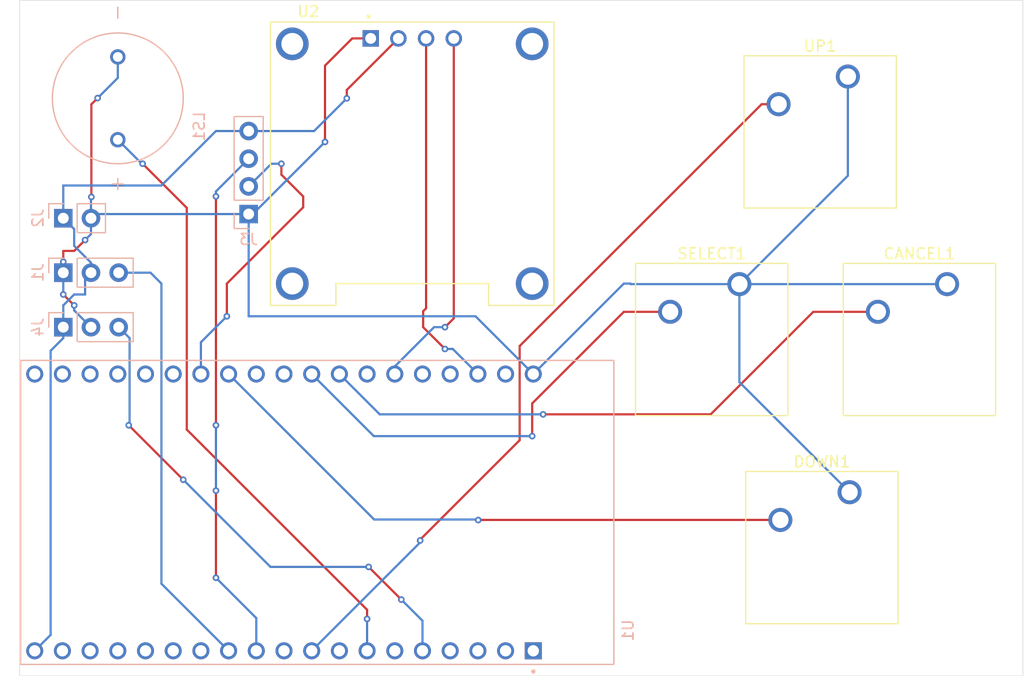
<source format=kicad_pcb>
(kicad_pcb (version 20240108) (generator "pcbnew") (generator_version "8.0")
  (layers (0 "F.Cu" signal) (31 "B.Cu" signal) (34 "B.Paste" user) (35 "F.Paste" user) (36 "B.SilkS" user "B.Silkscreen") (37 "F.SilkS" user "F.Silkscreen") (38 "B.Mask" user) (39 "F.Mask" user) (44 "Edge.Cuts" user))
  (net 0 "")
  (net 1 "GND")
  (net 4 "Net-(J1-Pin_3)")
  (net 5 "SW4")
  (net 6 "+5V")
  (net 7 "Clock")
  (net 13 "/Data")
  (net 15 "Net-(U1-IO32)")
  (net 24 "SW1")
  (net 26 "SW2")
  (net 27 "SW3")
  (net 31 "/I²C Clock")
  (net 35 "/I²C Data")
  (net 36 "Net-(J4-Pin_3)")
  (net 37 "+3.3V")
  (footprint "Button_Switch_Keyboard:SW_Cherry_MX_1.00u_PCB" (layer "F.Cu") (at 88.1063 57.15)
    (property "Reference" "DOWN1" (at -2.54 -2.794 0) (layer "F.SilkS"))
    (property "Value" "SW_Push")
    (fp_line (start -9.525 -1.905) (end 4.445 -1.905) (stroke (width 0.12)) (layer "F.SilkS"))
    (fp_line (start -9.525 12.065) (end -9.525 -1.905) (stroke (width 0.12)) (layer "F.SilkS"))
    (fp_line (start 4.445 -1.905) (end 4.445 12.065) (stroke (width 0.12)) (layer "F.SilkS"))
    (fp_line (start 4.445 12.065) (end -9.525 12.065) (stroke (width 0.12)) (layer "F.SilkS"))
    (pad "" np_thru_hole circle (at -7.62 5.08) (size 1.7 1.7) (drill 1.7) (layers "*.Cu" "*.Mask"))
    (pad "" np_thru_hole circle (at -2.54 5.08) (size 4 4) (drill 4) (layers "*.Cu" "*.Mask"))
    (pad "" np_thru_hole circle (at 2.54 5.08) (size 1.7 1.7) (drill 1.7) (layers "*.Cu" "*.Mask"))
    (pad "1" thru_hole circle (at 0 0) (size 2.2 2.2) (drill 1.5) (layers "*.Cu" "*.Mask") (net 1 "GND"))
    (pad "2" thru_hole circle (at -6.35 2.54) (size 2.2 2.2) (drill 1.5) (layers "*.Cu" "*.Mask") (net 5 "SW4"))
  )
  (footprint "Button_Switch_Keyboard:SW_Cherry_MX_1.00u_PCB" (layer "F.Cu") (at 87.9475 19)
    (property "Reference" "UP1" (at -2.54 -2.794 0) (layer "F.SilkS"))
    (property "Value" "SW_Push")
    (fp_line (start -9.525 -1.905) (end 4.445 -1.905) (stroke (width 0.12)) (layer "F.SilkS"))
    (fp_line (start -9.525 12.065) (end -9.525 -1.905) (stroke (width 0.12)) (layer "F.SilkS"))
    (fp_line (start 4.445 -1.905) (end 4.445 12.065) (stroke (width 0.12)) (layer "F.SilkS"))
    (fp_line (start 4.445 12.065) (end -9.525 12.065) (stroke (width 0.12)) (layer "F.SilkS"))
    (pad "" np_thru_hole circle (at -7.62 5.08) (size 1.7 1.7) (drill 1.7) (layers "*.Cu" "*.Mask"))
    (pad "" np_thru_hole circle (at -2.54 5.08) (size 4 4) (drill 4) (layers "*.Cu" "*.Mask"))
    (pad "" np_thru_hole circle (at 2.54 5.08) (size 1.7 1.7) (drill 1.7) (layers "*.Cu" "*.Mask"))
    (pad "1" thru_hole circle (at 0 0) (size 2.2 2.2) (drill 1.5) (layers "*.Cu" "*.Mask") (net 1 "GND"))
    (pad "2" thru_hole circle (at -6.35 2.54) (size 2.2 2.2) (drill 1.5) (layers "*.Cu" "*.Mask") (net 24 "SW1"))
  )
  (footprint "DM-OLED096-636:MODULE_DM-OLED096-636" (layer "F.Cu") (at 48 27)
    (property "Reference" "U2" (at -9.525 -13.97 0) (layer "F.SilkS"))
    (property "Value" "DM-OLED096-636")
    (fp_line (start -13 -13) (end 13 -13) (stroke (width 0.127)) (layer "F.SilkS"))
    (fp_line (start -13 13) (end -13 -13) (stroke (width 0.127)) (layer "F.SilkS"))
    (fp_line (start -7 11) (end -7 13) (stroke (width 0.127)) (layer "F.SilkS"))
    (fp_line (start -7 13) (end -13 13) (stroke (width 0.127)) (layer "F.SilkS"))
    (fp_line (start 7 11) (end -7 11) (stroke (width 0.127)) (layer "F.SilkS"))
    (fp_line (start 7 13) (end 7 11) (stroke (width 0.127)) (layer "F.SilkS"))
    (fp_line (start 13 -13) (end 13 13) (stroke (width 0.127)) (layer "F.SilkS"))
    (fp_line (start 13 13) (end 7 13) (stroke (width 0.127)) (layer "F.SilkS"))
    (fp_circle (center -4 -13.5) (end -3.9 -13.5) (stroke (width 0.2)) (fill none) (layer "F.SilkS"))
    (pad "1" thru_hole rect (at -3.81 -11.5) (size 1.508 1.508) (drill 1) (layers "*.Cu" "*.Mask") (net 1 "GND"))
    (pad "2" thru_hole circle (at -1.27 -11.5) (size 1.508 1.508) (drill 1) (layers "*.Cu" "*.Mask") (net 6 "+5V"))
    (pad "3" thru_hole circle (at 1.27 -11.5) (size 1.508 1.508) (drill 1) (layers "*.Cu" "*.Mask") (net 31 "/I²C Clock"))
    (pad "4" thru_hole circle (at 3.81 -11.5) (size 1.508 1.508) (drill 1) (layers "*.Cu" "*.Mask") (net 35 "/I²C Data"))
    (pad "S1" thru_hole circle (at -11 -11) (size 3 3) (drill 2) (layers "*.Cu" "*.Mask"))
    (pad "S2" thru_hole circle (at 11 -11) (size 3 3) (drill 2) (layers "*.Cu" "*.Mask"))
    (pad "S3" thru_hole circle (at 11 11) (size 3 3) (drill 2) (layers "*.Cu" "*.Mask"))
    (pad "S4" thru_hole circle (at -11 11) (size 3 3) (drill 2) (layers "*.Cu" "*.Mask"))
  )
  (footprint "Button_Switch_Keyboard:SW_Cherry_MX_1.00u_PCB" (layer "F.Cu") (at 78 38.05)
    (property "Reference" "SELECT1" (at -2.54 -2.794 0) (layer "F.SilkS"))
    (property "Value" "SW_Push")
    (fp_line (start -9.525 -1.905) (end 4.445 -1.905) (stroke (width 0.12)) (layer "F.SilkS"))
    (fp_line (start -9.525 12.065) (end -9.525 -1.905) (stroke (width 0.12)) (layer "F.SilkS"))
    (fp_line (start 4.445 -1.905) (end 4.445 12.065) (stroke (width 0.12)) (layer "F.SilkS"))
    (fp_line (start 4.445 12.065) (end -9.525 12.065) (stroke (width 0.12)) (layer "F.SilkS"))
    (pad "" np_thru_hole circle (at -7.62 5.08) (size 1.7 1.7) (drill 1.7) (layers "*.Cu" "*.Mask"))
    (pad "" np_thru_hole circle (at -2.54 5.08) (size 4 4) (drill 4) (layers "*.Cu" "*.Mask"))
    (pad "" np_thru_hole circle (at 2.54 5.08) (size 1.7 1.7) (drill 1.7) (layers "*.Cu" "*.Mask"))
    (pad "1" thru_hole circle (at 0 0) (size 2.2 2.2) (drill 1.5) (layers "*.Cu" "*.Mask") (net 1 "GND"))
    (pad "2" thru_hole circle (at -6.35 2.54) (size 2.2 2.2) (drill 1.5) (layers "*.Cu" "*.Mask") (net 26 "SW2"))
  )
  (footprint "Button_Switch_Keyboard:SW_Cherry_MX_1.00u_PCB" (layer "F.Cu") (at 97.05 38.05)
    (property "Reference" "CANCEL1" (at -2.54 -2.794 0) (layer "F.SilkS"))
    (property "Value" "SW_Push")
    (fp_line (start -9.525 -1.905) (end 4.445 -1.905) (stroke (width 0.12)) (layer "F.SilkS"))
    (fp_line (start -9.525 12.065) (end -9.525 -1.905) (stroke (width 0.12)) (layer "F.SilkS"))
    (fp_line (start 4.445 -1.905) (end 4.445 12.065) (stroke (width 0.12)) (layer "F.SilkS"))
    (fp_line (start 4.445 12.065) (end -9.525 12.065) (stroke (width 0.12)) (layer "F.SilkS"))
    (pad "" np_thru_hole circle (at -7.62 5.08) (size 1.7 1.7) (drill 1.7) (layers "*.Cu" "*.Mask"))
    (pad "" np_thru_hole circle (at -2.54 5.08) (size 4 4) (drill 4) (layers "*.Cu" "*.Mask"))
    (pad "" np_thru_hole circle (at 2.54 5.08) (size 1.7 1.7) (drill 1.7) (layers "*.Cu" "*.Mask"))
    (pad "1" thru_hole circle (at 0 0) (size 2.2 2.2) (drill 1.5) (layers "*.Cu" "*.Mask") (net 1 "GND"))
    (pad "2" thru_hole circle (at -6.35 2.54) (size 2.2 2.2) (drill 1.5) (layers "*.Cu" "*.Mask") (net 27 "SW3"))
  )
  (footprint "Connector_PinHeader_2.54mm:PinHeader_1x02_P2.54mm_Vertical" (layer "B.Cu") (at 16 32 -90)
    (property "Reference" "J2" (at 0 2.33 90) (layer "B.SilkS") (effects (justify mirror)))
    (property "Value" "Power")
    (fp_line (start -1.33 1.33) (end -1.33 0) (stroke (width 0.12)) (layer "B.SilkS"))
    (fp_line (start 0 1.33) (end -1.33 1.33) (stroke (width 0.12)) (layer "B.SilkS"))
    (fp_line (start 1.33 -1.27) (end -1.33 -1.27) (stroke (width 0.12)) (layer "B.SilkS"))
    (fp_line (start -1.33 -3.87) (end -1.33 -1.27) (stroke (width 0.12)) (layer "B.SilkS"))
    (fp_line (start 1.33 -3.87) (end 1.33 -1.27) (stroke (width 0.12)) (layer "B.SilkS"))
    (fp_line (start 1.33 -3.87) (end -1.33 -3.87) (stroke (width 0.12)) (layer "B.SilkS"))
    (pad "1" thru_hole rect (at 0 0 270) (size 1.7 1.7) (drill 1) (layers "*.Cu" "*.Mask") (net 6 "+5V"))
    (pad "2" thru_hole oval (at 0 -2.54 270) (size 1.7 1.7) (drill 1) (layers "*.Cu" "*.Mask") (net 1 "GND"))
  )
  (footprint "Connector_PinHeader_2.54mm:PinHeader_1x04_P2.54mm_Vertical" (layer "B.Cu") (at 33 31.62)
    (property "Reference" "J3" (at 0 2.33 0) (layer "B.SilkS") (effects (justify mirror)))
    (property "Value" "HX711 load cell")
    (fp_line (start -1.33 -8.95) (end -1.33 -1.27) (stroke (width 0.12)) (layer "B.SilkS"))
    (fp_line (start -1.33 1.33) (end -1.33 0) (stroke (width 0.12)) (layer "B.SilkS"))
    (fp_line (start 0 1.33) (end -1.33 1.33) (stroke (width 0.12)) (layer "B.SilkS"))
    (fp_line (start 1.33 -8.95) (end -1.33 -8.95) (stroke (width 0.12)) (layer "B.SilkS"))
    (fp_line (start 1.33 -8.95) (end 1.33 -1.27) (stroke (width 0.12)) (layer "B.SilkS"))
    (fp_line (start 1.33 -1.27) (end -1.33 -1.27) (stroke (width 0.12)) (layer "B.SilkS"))
    (pad "1" thru_hole rect (at 0 0) (size 1.7 1.7) (drill 1) (layers "*.Cu" "*.Mask") (net 1 "GND"))
    (pad "2" thru_hole oval (at 0 -2.54) (size 1.7 1.7) (drill 1) (layers "*.Cu" "*.Mask") (net 13 "/Data"))
    (pad "3" thru_hole oval (at 0 -5.08) (size 1.7 1.7) (drill 1) (layers "*.Cu" "*.Mask") (net 7 "Clock"))
    (pad "4" thru_hole oval (at 0 -7.62) (size 1.7 1.7) (drill 1) (layers "*.Cu" "*.Mask") (net 6 "+5V"))
  )
  (footprint "KXG1203C:XDCR_KXG1203C" (layer "B.Cu") (at 21 21 90)
    (property "Reference" "LS1" (at -2.595 7.465 90) (layer "B.SilkS") (effects (justify mirror)))
    (property "Value" "KXG1203C")
    (fp_line (start -7.86 -0.5) (end -7.86 0.5) (stroke (width 0.127)) (layer "B.SilkS"))
    (fp_line (start 8.36 0) (end 7.36 0) (stroke (width 0.127)) (layer "B.SilkS"))
    (fp_line (start -7.36 0) (end -8.36 0) (stroke (width 0.127)) (layer "B.SilkS"))
    (fp_circle (center 0 0) (end 6 0) (stroke (width 0.127)) (fill none) (layer "B.SilkS"))
    (pad "N" thru_hole circle (at 3.8 0 90) (size 1.408 1.408) (drill 0.9) (layers "*.Cu" "*.Mask") (net 1 "GND"))
    (pad "P" thru_hole circle (at -3.8 0 90) (size 1.408 1.408) (drill 0.9) (layers "*.Cu" "*.Mask") (net 15 "Net-(U1-IO32)"))
  )
  (footprint "Connector_PinHeader_2.54mm:PinHeader_1x03_P2.54mm_Vertical" (layer "B.Cu") (at 16 42 -90)
    (property "Reference" "J4" (at 0 2.33 90) (layer "B.SilkS") (effects (justify mirror)))
    (property "Value" "Hall Effect Sensor")
    (fp_line (start -1.33 1.33) (end -1.33 0) (stroke (width 0.12)) (layer "B.SilkS"))
    (fp_line (start 0 1.33) (end -1.33 1.33) (stroke (width 0.12)) (layer "B.SilkS"))
    (fp_line (start 1.33 -1.27) (end -1.33 -1.27) (stroke (width 0.12)) (layer "B.SilkS"))
    (fp_line (start -1.33 -6.41) (end -1.33 -1.27) (stroke (width 0.12)) (layer "B.SilkS"))
    (fp_line (start 1.33 -6.41) (end 1.33 -1.27) (stroke (width 0.12)) (layer "B.SilkS"))
    (fp_line (start 1.33 -6.41) (end -1.33 -6.41) (stroke (width 0.12)) (layer "B.SilkS"))
    (pad "1" thru_hole rect (at 0 0 270) (size 1.7 1.7) (drill 1) (layers "*.Cu" "*.Mask") (net 6 "+5V"))
    (pad "2" thru_hole oval (at 0 -2.54 270) (size 1.7 1.7) (drill 1) (layers "*.Cu" "*.Mask") (net 1 "GND"))
    (pad "3" thru_hole oval (at 0 -5.08 270) (size 1.7 1.7) (drill 1) (layers "*.Cu" "*.Mask") (net 36 "Net-(J4-Pin_3)"))
  )
  (footprint "ESP32-DEVKITC-32D:MODULE_ESP32-DEVKITC-32D" (layer "B.Cu") (at 39.34 59 90)
    (property "Reference" "U1" (at -10.829175 28.446045 90) (layer "B.SilkS") (effects (font (size 1.000386 1.000386)) (justify mirror)))
    (property "Value" "ESP32-DEVKITC-32D")
    (fp_line (start 13.95 -27.25) (end 13.95 27.15) (stroke (width 0.127)) (layer "B.SilkS"))
    (fp_line (start -13.95 -27.25) (end 13.95 -27.25) (stroke (width 0.127)) (layer "B.SilkS"))
    (fp_line (start 13.95 27.15) (end -13.95 27.15) (stroke (width 0.127)) (layer "B.SilkS"))
    (fp_line (start -13.95 27.15) (end -13.95 -27.25) (stroke (width 0.127)) (layer "B.SilkS"))
    (fp_circle (center -14.6 19.76) (end -14.5 19.76) (stroke (width 0.2)) (fill none) (layer "B.SilkS"))
    (pad "J2-1" thru_hole rect (at -12.7 19.76 90) (size 1.56 1.56) (drill 1.04) (layers "*.Cu" "*.Mask") (net 37 "+3.3V"))
    (pad "J2-2" thru_hole circle (at -12.7 17.22 90) (size 1.56 1.56) (drill 1.04) (layers "*.Cu" "*.Mask"))
    (pad "J2-3" thru_hole circle (at -12.7 14.68 90) (size 1.56 1.56) (drill 1.04) (layers "*.Cu" "*.Mask"))
    (pad "J2-4" thru_hole circle (at -12.7 12.14 90) (size 1.56 1.56) (drill 1.04) (layers "*.Cu" "*.Mask"))
    (pad "J2-5" thru_hole circle (at -12.7 9.6 90) (size 1.56 1.56) (drill 1.04) (layers "*.Cu" "*.Mask") (net 36 "Net-(J4-Pin_3)"))
    (pad "J2-6" thru_hole circle (at -12.7 7.06 90) (size 1.56 1.56) (drill 1.04) (layers "*.Cu" "*.Mask"))
    (pad "J2-7" thru_hole circle (at -12.7 4.52 90) (size 1.56 1.56) (drill 1.04) (layers "*.Cu" "*.Mask") (net 15 "Net-(U1-IO32)"))
    (pad "J2-8" thru_hole circle (at -12.7 1.98 90) (size 1.56 1.56) (drill 1.04) (layers "*.Cu" "*.Mask"))
    (pad "J2-9" thru_hole circle (at -12.7 -0.56 90) (size 1.56 1.56) (drill 1.04) (layers "*.Cu" "*.Mask") (net 24 "SW1"))
    (pad "J2-10" thru_hole circle (at -12.7 -3.1 90) (size 1.56 1.56) (drill 1.04) (layers "*.Cu" "*.Mask"))
    (pad "J2-11" thru_hole circle (at -12.7 -5.64 90) (size 1.56 1.56) (drill 1.04) (layers "*.Cu" "*.Mask") (net 7 "Clock"))
    (pad "J2-12" thru_hole circle (at -12.7 -8.18 90) (size 1.56 1.56) (drill 1.04) (layers "*.Cu" "*.Mask") (net 4 "Net-(J1-Pin_3)"))
    (pad "J2-13" thru_hole circle (at -12.7 -10.72 90) (size 1.56 1.56) (drill 1.04) (layers "*.Cu" "*.Mask"))
    (pad "J2-14" thru_hole circle (at -12.7 -13.26 90) (size 1.56 1.56) (drill 1.04) (layers "*.Cu" "*.Mask"))
    (pad "J2-15" thru_hole circle (at -12.7 -15.8 90) (size 1.56 1.56) (drill 1.04) (layers "*.Cu" "*.Mask"))
    (pad "J2-16" thru_hole circle (at -12.7 -18.34 90) (size 1.56 1.56) (drill 1.04) (layers "*.Cu" "*.Mask"))
    (pad "J2-17" thru_hole circle (at -12.7 -20.88 90) (size 1.56 1.56) (drill 1.04) (layers "*.Cu" "*.Mask"))
    (pad "J2-18" thru_hole circle (at -12.7 -23.42 90) (size 1.56 1.56) (drill 1.04) (layers "*.Cu" "*.Mask"))
    (pad "J2-19" thru_hole circle (at -12.7 -25.96 90) (size 1.56 1.56) (drill 1.04) (layers "*.Cu" "*.Mask") (net 6 "+5V"))
    (pad "J3-1" thru_hole circle (at 12.7 19.76 90) (size 1.56 1.56) (drill 1.04) (layers "*.Cu" "*.Mask") (net 1 "GND"))
    (pad "J3-2" thru_hole circle (at 12.7 17.22 90) (size 1.56 1.56) (drill 1.04) (layers "*.Cu" "*.Mask"))
    (pad "J3-3" thru_hole circle (at 12.7 14.68 90) (size 1.56 1.56) (drill 1.04) (layers "*.Cu" "*.Mask") (net 31 "/I²C Clock"))
    (pad "J3-4" thru_hole circle (at 12.7 12.14 90) (size 1.56 1.56) (drill 1.04) (layers "*.Cu" "*.Mask"))
    (pad "J3-5" thru_hole circle (at 12.7 9.6 90) (size 1.56 1.56) (drill 1.04) (layers "*.Cu" "*.Mask"))
    (pad "J3-6" thru_hole circle (at 12.7 7.06 90) (size 1.56 1.56) (drill 1.04) (layers "*.Cu" "*.Mask") (net 35 "/I²C Data"))
    (pad "J3-7" thru_hole circle (at 12.7 4.52 90) (size 1.56 1.56) (drill 1.04) (layers "*.Cu" "*.Mask"))
    (pad "J3-8" thru_hole circle (at 12.7 1.98 90) (size 1.56 1.56) (drill 1.04) (layers "*.Cu" "*.Mask") (net 27 "SW3"))
    (pad "J3-9" thru_hole circle (at 12.7 -0.56 90) (size 1.56 1.56) (drill 1.04) (layers "*.Cu" "*.Mask") (net 26 "SW2"))
    (pad "J3-10" thru_hole circle (at 12.7 -3.1 90) (size 1.56 1.56) (drill 1.04) (layers "*.Cu" "*.Mask"))
    (pad "J3-11" thru_hole circle (at 12.7 -5.64 90) (size 1.56 1.56) (drill 1.04) (layers "*.Cu" "*.Mask"))
    (pad "J3-12" thru_hole circle (at 12.7 -8.18 90) (size 1.56 1.56) (drill 1.04) (layers "*.Cu" "*.Mask") (net 5 "SW4"))
    (pad "J3-13" thru_hole circle (at 12.7 -10.72 90) (size 1.56 1.56) (drill 1.04) (layers "*.Cu" "*.Mask") (net 13 "/Data"))
    (pad "J3-14" thru_hole circle (at 12.7 -13.26 90) (size 1.56 1.56) (drill 1.04) (layers "*.Cu" "*.Mask"))
    (pad "J3-15" thru_hole circle (at 12.7 -15.8 90) (size 1.56 1.56) (drill 1.04) (layers "*.Cu" "*.Mask"))
    (pad "J3-16" thru_hole circle (at 12.7 -18.34 90) (size 1.56 1.56) (drill 1.04) (layers "*.Cu" "*.Mask"))
    (pad "J3-17" thru_hole circle (at 12.7 -20.88 90) (size 1.56 1.56) (drill 1.04) (layers "*.Cu" "*.Mask"))
    (pad "J3-18" thru_hole circle (at 12.7 -23.42 90) (size 1.56 1.56) (drill 1.04) (layers "*.Cu" "*.Mask"))
    (pad "J3-19" thru_hole circle (at 12.7 -25.96 90) (size 1.56 1.56) (drill 1.04) (layers "*.Cu" "*.Mask"))
  )
  (footprint "Connector_PinHeader_2.54mm:PinHeader_1x03_P2.54mm_Vertical" (layer "B.Cu") (at 16 37 -90)
    (property "Reference" "J1" (at 0 2.33 90) (layer "B.SilkS") (effects (justify mirror)))
    (property "Value" "Servo Motor Connector")
    (fp_line (start -1.33 1.33) (end -1.33 0) (stroke (width 0.12)) (layer "B.SilkS"))
    (fp_line (start 0 1.33) (end -1.33 1.33) (stroke (width 0.12)) (layer "B.SilkS"))
    (fp_line (start 1.33 -1.27) (end -1.33 -1.27) (stroke (width 0.12)) (layer "B.SilkS"))
    (fp_line (start -1.33 -6.41) (end -1.33 -1.27) (stroke (width 0.12)) (layer "B.SilkS"))
    (fp_line (start 1.33 -6.41) (end 1.33 -1.27) (stroke (width 0.12)) (layer "B.SilkS"))
    (fp_line (start 1.33 -6.41) (end -1.33 -6.41) (stroke (width 0.12)) (layer "B.SilkS"))
    (pad "1" thru_hole rect (at 0 0 270) (size 1.7 1.7) (drill 1) (layers "*.Cu" "*.Mask") (net 1 "GND"))
    (pad "2" thru_hole oval (at 0 -2.54 270) (size 1.7 1.7) (drill 1) (layers "*.Cu" "*.Mask") (net 6 "+5V"))
    (pad "3" thru_hole oval (at 0 -5.08 270) (size 1.7 1.7) (drill 1) (layers "*.Cu" "*.Mask") (net 4 "Net-(J1-Pin_3)"))
  )
  (gr_rect (start 12 12) (end 104 74) (stroke (width 0.05)) (fill none) (layer "Edge.Cuts"))
  (segment (start 16 35) (end 16 36) (width 0.2) (layer "F.Cu") (net 1))
  (segment (start 40 25) (end 40 18) (width 0.2) (layer "F.Cu") (net 1))
  (segment (start 18.575 30.05) (end 18.575 21.55) (width 0.2) (layer "F.Cu") (net 1))
  (segment (start 42.5 15.5) (end 44.19 15.5) (width 0.2) (layer "F.Cu") (net 1))
  (segment (start 17 35) (end 16 35) (width 0.2) (layer "F.Cu") (net 1))
  (segment (start 40 18) (end 42.5 15.5) (width 0.2) (layer "F.Cu") (net 1))
  (segment (start 16 39) (end 17 40) (width 0.2) (layer "F.Cu") (net 1))
  (segment (start 18 34) (end 17 35) (width 0.2) (layer "F.Cu") (net 1))
  (segment (start 18.575 21.55) (end 19.15 20.975) (width 0.2) (layer "F.Cu") (net 1))
  (via (at 40 25) (size 0.6) (drill 0.3) (layers "F.Cu" "B.Cu") (net 1))
  (via (at 19.15 20.975) (size 0.6) (drill 0.3) (layers "F.Cu" "B.Cu") (net 1))
  (via (at 17 40) (size 0.6) (drill 0.3) (layers "F.Cu" "B.Cu") (net 1))
  (via (at 18.575 30.05) (size 0.6) (drill 0.3) (layers "F.Cu" "B.Cu") (net 1))
  (via (at 16 36) (size 0.6) (drill 0.3) (layers "F.Cu" "B.Cu") (net 1))
  (via (at 16 39) (size 0.6) (drill 0.3) (layers "F.Cu" "B.Cu") (net 1))
  (via (at 18 34) (size 0.6) (drill 0.3) (layers "F.Cu" "B.Cu") (net 1))
  (segment (start 21 19.125) (end 21 17.2) (width 0.2) (layer "B.Cu") (net 1))
  (segment (start 59.1 46.3) (end 67.4 38) (width 0.2) (layer "B.Cu") (net 1))
  (segment (start 67.4 38) (end 68 38) (width 0.2) (layer "B.Cu") (net 1))
  (segment (start 59.1 46.3) (end 53.8 41) (width 0.2) (layer "B.Cu") (net 1))
  (segment (start 33 31.62) (end 18.92 31.62) (width 0.2) (layer "B.Cu") (net 1))
  (segment (start 18.54 32) (end 18.54 33.46) (width 0.2) (layer "B.Cu") (net 1))
  (segment (start 17 40) (end 17 40.46) (width 0.2) (layer "B.Cu") (net 1))
  (segment (start 33.38 31.62) (end 40 25) (width 0.2) (layer "B.Cu") (net 1))
  (segment (start 18.92 31.62) (end 18.54 32) (width 0.2) (layer "B.Cu") (net 1))
  (segment (start 19.15 20.975) (end 21 19.125) (width 0.2) (layer "B.Cu") (net 1))
  (segment (start 78 38.05) (end 97.05 38.05) (width 0.2) (layer "B.Cu") (net 1))
  (segment (start 53.8 41) (end 33 41) (width 0.2) (layer "B.Cu") (net 1))
  (segment (start 33 41) (end 33 31.62) (width 0.2) (layer "B.Cu") (net 1))
  (segment (start 78 38.05) (end 87.9475 28.1025) (width 0.2) (layer "B.Cu") (net 1))
  (segment (start 78 47.0437) (end 88.1063 57.15) (width 0.2) (layer "B.Cu") (net 1))
  (segment (start 18.54 32) (end 18.54 30.085) (width 0.2) (layer "B.Cu") (net 1))
  (segment (start 33 31.62) (end 33.38 31.62) (width 0.2) (layer "B.Cu") (net 1))
  (segment (start 87.9475 28.1025) (end 87.9475 19) (width 0.2) (layer "B.Cu") (net 1))
  (segment (start 17 40.46) (end 18.54 42) (width 0.2) (layer "B.Cu") (net 1))
  (segment (start 16 36) (end 16 37) (width 0.2) (layer "B.Cu") (net 1))
  (segment (start 18.54 33.46) (end 18 34) (width 0.2) (layer "B.Cu") (net 1))
  (segment (start 68.05 38.05) (end 78 38.05) (width 0.2) (layer "B.Cu") (net 1))
  (segment (start 18.54 30.085) (end 18.575 30.05) (width 0.2) (layer "B.Cu") (net 1))
  (segment (start 78 38.05) (end 78 47.0437) (width 0.2) (layer "B.Cu") (net 1))
  (segment (start 16 37) (end 16 39) (width 0.2) (layer "B.Cu") (net 1))
  (segment (start 68 38) (end 68.05 38.05) (width 0.2) (layer "B.Cu") (net 1))
  (segment (start 25 65.54) (end 31.16 71.7) (width 0.2) (layer "B.Cu") (net 4))
  (segment (start 24 37) (end 25 38) (width 0.2) (layer "B.Cu") (net 4))
  (segment (start 25 38) (end 25 65.54) (width 0.2) (layer "B.Cu") (net 4))
  (segment (start 21.08 37) (end 24 37) (width 0.2) (layer "B.Cu") (net 4))
  (segment (start 54.05 59.7) (end 54.06 59.69) (width 0.2) (layer "F.Cu") (net 5))
  (segment (start 54.06 59.69) (end 81.7563 59.69) (width 0.2) (layer "F.Cu") (net 5))
  (via (at 54.05 59.7) (size 0.6) (drill 0.3) (layers "F.Cu" "B.Cu") (net 5))
  (segment (start 54.05 59.7) (end 54 59.65) (width 0.2) (layer "B.Cu") (net 5))
  (segment (start 54 59.65) (end 44.51 59.65) (width 0.2) (layer "B.Cu") (net 5))
  (segment (start 44.51 59.65) (end 31.16 46.3) (width 0.2) (layer "B.Cu") (net 5))
  (segment (start 42 21) (end 42 20.23) (width 0.2) (layer "F.Cu") (net 6))
  (segment (start 42 20.23) (end 46.73 15.5) (width 0.2) (layer "F.Cu") (net 6))
  (via (at 42 21) (size 0.6) (drill 0.3) (layers "F.Cu" "B.Cu") (net 6))
  (segment (start 33 24) (end 39 24) (width 0.2) (layer "B.Cu") (net 6))
  (segment (start 14.84 44.16) (end 16 43) (width 0.2) (layer "B.Cu") (net 6))
  (segment (start 30 24) (end 33 24) (width 0.2) (layer "B.Cu") (net 6))
  (segment (start 18 39) (end 18 37.54) (width 0.2) (layer "B.Cu") (net 6))
  (segment (start 16 32) (end 16 29) (width 0.2) (layer "B.Cu") (net 6))
  (segment (start 14.84 70.24) (end 14.84 44.16) (width 0.2) (layer "B.Cu") (net 6))
  (segment (start 17 33) (end 16 32) (width 0.2) (layer "B.Cu") (net 6))
  (segment (start 16 29) (end 25 29) (width 0.2) (layer "B.Cu") (net 6))
  (segment (start 13.38 71.7) (end 14.84 70.24) (width 0.2) (layer "B.Cu") (net 6))
  (segment (start 18.54 37) (end 18.54 36.08) (width 0.2) (layer "B.Cu") (net 6))
  (segment (start 16 42) (end 16 40) (width 0.2) (layer "B.Cu") (net 6))
  (segment (start 17 34.54) (end 17 33) (width 0.2) (layer "B.Cu") (net 6))
  (segment (start 25 29) (end 30 24) (width 0.2) (layer "B.Cu") (net 6))
  (segment (start 16 43) (end 16 42) (width 0.2) (layer "B.Cu") (net 6))
  (segment (start 18.54 36.08) (end 17 34.54) (width 0.2) (layer "B.Cu") (net 6))
  (segment (start 18 37.54) (end 18.54 37) (width 0.2) (layer "B.Cu") (net 6))
  (segment (start 39 24) (end 42 21) (width 0.2) (layer "B.Cu") (net 6))
  (segment (start 16 40) (end 17 39) (width 0.2) (layer "B.Cu") (net 6))
  (segment (start 17 39) (end 18 39) (width 0.2) (layer "B.Cu") (net 6))
  (segment (start 30 30) (end 30 51) (width 0.2) (layer "F.Cu") (net 7))
  (segment (start 30 57) (end 30 65) (width 0.2) (layer "F.Cu") (net 7))
  (via (at 30 57) (size 0.6) (drill 0.3) (layers "F.Cu" "B.Cu") (net 7))
  (via (at 30 65) (size 0.6) (drill 0.3) (layers "F.Cu" "B.Cu") (net 7))
  (via (at 30 30) (size 0.6) (drill 0.3) (layers "F.Cu" "B.Cu") (net 7))
  (via (at 30 51) (size 0.6) (drill 0.3) (layers "F.Cu" "B.Cu") (net 7))
  (segment (start 30 65) (end 33.7 68.7) (width 0.2) (layer "B.Cu") (net 7))
  (segment (start 33.7 68.7) (end 33.7 71.7) (width 0.2) (layer "B.Cu") (net 7))
  (segment (start 30 29.54) (end 30 30) (width 0.2) (layer "B.Cu") (net 7))
  (segment (start 33 26.54) (end 30 29.54) (width 0.2) (layer "B.Cu") (net 7))
  (segment (start 30 51) (end 30 57) (width 0.2) (layer "B.Cu") (net 7))
  (segment (start 38 31) (end 31 38) (width 0.2) (layer "F.Cu") (net 13))
  (segment (start 36 27) (end 36 28) (width 0.2) (layer "F.Cu") (net 13))
  (segment (start 38 30) (end 38 31) (width 0.2) (layer "F.Cu") (net 13))
  (segment (start 31 38) (end 31 41) (width 0.2) (layer "F.Cu") (net 13))
  (segment (start 36 28) (end 38 30) (width 0.2) (layer "F.Cu") (net 13))
  (via (at 36 27) (size 0.6) (drill 0.3) (layers "F.Cu" "B.Cu") (net 13))
  (via (at 31 41) (size 0.6) (drill 0.3) (layers "F.Cu" "B.Cu") (net 13))
  (segment (start 35.08 27) (end 36 27) (width 0.2) (layer "B.Cu") (net 13))
  (segment (start 28.62 43.38) (end 28.62 46.3) (width 0.2) (layer "B.Cu") (net 13))
  (segment (start 33 29.08) (end 35.08 27) (width 0.2) (layer "B.Cu") (net 13))
  (segment (start 31 41) (end 28.62 43.38) (width 0.2) (layer "B.Cu") (net 13))
  (segment (start 43.86 68.775) (end 43.86 67.935) (width 0.2) (layer "F.Cu") (net 15))
  (segment (start 43.86 67.935) (end 27.325 51.4) (width 0.2) (layer "F.Cu") (net 15))
  (segment (start 27.325 31.05) (end 23.275 27) (width 0.2) (layer "F.Cu") (net 15))
  (segment (start 27.325 51.4) (end 27.325 31.05) (width 0.2) (layer "F.Cu") (net 15))
  (via (at 23.275 27) (size 0.6) (drill 0.3) (layers "F.Cu" "B.Cu") (net 15))
  (via (at 43.86 68.775) (size 0.6) (drill 0.3) (layers "F.Cu" "B.Cu") (net 15))
  (segment (start 23.2 27) (end 23.275 27) (width 0.2) (layer "B.Cu") (net 15))
  (segment (start 21 24.8) (end 23.2 27) (width 0.2) (layer "B.Cu") (net 15))
  (segment (start 43.86 68.775) (end 43.86 71.7) (width 0.2) (layer "B.Cu") (net 15))
  (segment (start 57.85 43.731866) (end 80.041866 21.54) (width 0.2) (layer "F.Cu") (net 24))
  (segment (start 48.725 61.5) (end 57.85 52.375) (width 0.2) (layer "F.Cu") (net 24))
  (segment (start 80.041866 21.54) (end 81.5975 21.54) (width 0.2) (layer "F.Cu") (net 24))
  (segment (start 57.85 52.375) (end 57.85 43.731866) (width 0.2) (layer "F.Cu") (net 24))
  (segment (start 48.725 61.575) (end 48.725 61.5) (width 0.2) (layer "F.Cu") (net 24))
  (via (at 48.725 61.575) (size 0.6) (drill 0.3) (layers "F.Cu" "B.Cu") (net 24))
  (segment (start 48.725 61.755) (end 38.78 71.7) (width 0.2) (layer "B.Cu") (net 24))
  (segment (start 48.725 61.575) (end 48.725 61.755) (width 0.2) (layer "B.Cu") (net 24))
  (segment (start 59 49) (end 59 52) (width 0.2) (layer "F.Cu") (net 26))
  (segment (start 67.41 40.59) (end 59 49) (width 0.2) (layer "F.Cu") (net 26))
  (segment (start 71.65 40.59) (end 67.41 40.59) (width 0.2) (layer "F.Cu") (net 26))
  (via (at 59 52) (size 0.6) (drill 0.3) (layers "F.Cu" "B.Cu") (net 26))
  (segment (start 44.48 52) (end 38.78 46.3) (width 0.2) (layer "B.Cu") (net 26))
  (segment (start 59 52) (end 44.48 52) (width 0.2) (layer "B.Cu") (net 26))
  (segment (start 84.777056 40.59) (end 75.367056 50) (width 0.2) (layer "F.Cu") (net 27))
  (segment (start 90.7 40.59) (end 84.777056 40.59) (width 0.2) (layer "F.Cu") (net 27))
  (segment (start 75.367056 50) (end 60 50) (width 0.2) (layer "F.Cu") (net 27))
  (via (at 60 50) (size 0.6) (drill 0.3) (layers "F.Cu" "B.Cu") (net 27))
  (segment (start 45.02 50) (end 41.32 46.3) (width 0.2) (layer "B.Cu") (net 27))
  (segment (start 60 50) (end 45.02 50) (width 0.2) (layer "B.Cu") (net 27))
  (segment (start 49 40.54) (end 49.27 40.27) (width 0.2) (layer "F.Cu") (net 31))
  (segment (start 49.27 40.27) (end 49.27 15.5) (width 0.2) (layer "F.Cu") (net 31))
  (segment (start 49 42) (end 49 40.54) (width 0.2) (layer "F.Cu") (net 31))
  (segment (start 51 44) (end 49 42) (width 0.2) (layer "F.Cu") (net 31))
  (via (at 51 44) (size 0.6) (drill 0.3) (layers "F.Cu" "B.Cu") (net 31))
  (segment (start 51.72 44) (end 54.02 46.3) (width 0.2) (layer "B.Cu") (net 31))
  (segment (start 51 44) (end 51.72 44) (width 0.2) (layer "B.Cu") (net 31))
  (segment (start 51.81 15.5) (end 51.81 41.19) (width 0.2) (layer "F.Cu") (net 35))
  (segment (start 51.81 41.19) (end 51 42) (width 0.2) (layer "F.Cu") (net 35))
  (via (at 51 42) (size 0.6) (drill 0.3) (layers "F.Cu" "B.Cu") (net 35))
  (segment (start 46.4 45.6) (end 46.4 46.3) (width 0.2) (layer "B.Cu") (net 35))
  (segment (start 50 42) (end 46.4 45.6) (width 0.2) (layer "B.Cu") (net 35))
  (segment (start 51 42) (end 50 42) (width 0.2) (layer "B.Cu") (net 35))
  (segment (start 44 64) (end 47 67) (width 0.2) (layer "F.Cu") (net 36))
  (segment (start 22 51) (end 27 56) (width 0.2) (layer "F.Cu") (net 36))
  (via (at 22 51) (size 0.6) (drill 0.3) (layers "F.Cu" "B.Cu") (net 36))
  (via (at 44 64) (size 0.6) (drill 0.3) (layers "F.Cu" "B.Cu") (net 36))
  (via (at 27 56) (size 0.6) (drill 0.3) (layers "F.Cu" "B.Cu") (net 36))
  (via (at 47 67) (size 0.6) (drill 0.3) (layers "F.Cu" "B.Cu") (net 36))
  (segment (start 35 64) (end 44 64) (width 0.2) (layer "B.Cu") (net 36))
  (segment (start 47 67) (end 48.94 68.94) (width 0.2) (layer "B.Cu") (net 36))
  (segment (start 21.08 42) (end 22.08 43) (width 0.2) (layer "B.Cu") (net 36))
  (segment (start 22.08 50.92) (end 22 51) (width 0.2) (layer "B.Cu") (net 36))
  (segment (start 22.08 43) (end 22.08 50.92) (width 0.2) (layer "B.Cu") (net 36))
  (segment (start 27 56) (end 35 64) (width 0.2) (layer "B.Cu") (net 36))
  (segment (start 48.94 68.94) (end 48.94 71.7) (width 0.2) (layer "B.Cu") (net 36))
)
</source>
